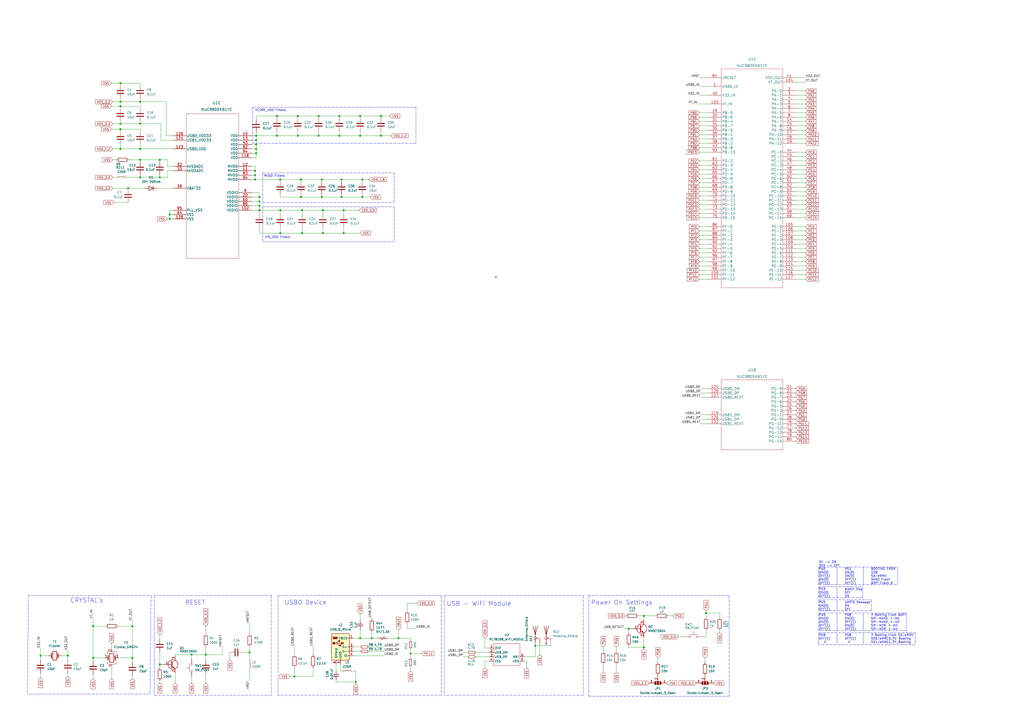
<source format=kicad_sch>
(kicad_sch (version 20211123) (generator eeschema)
  (paper "A2")
  (junction (at 184.785 78.74))
  (junction (at 69.85 86.36))
  (junction (at 208.915 67.31))
  (junction (at 160.655 78.74))
  (junction (at 98.425 124.46))
  (junction (at 186.69 114.3))
  (junction (at 373.507 357.251))
  (junction (at 186.69 104.14))
  (junction (at 162.56 135.255))
  (junction (at 81.28 71.755))
  (junction (at 98.425 127))
  (junction (at 76.835 363.22))
  (junction (at 148.59 81.28))
  (junction (at 144.78 378.46))
  (junction (at 81.28 59.055))
  (junction (at 198.12 114.3))
  (junction (at 170.815 392.43))
  (junction (at 199.39 121.92))
  (junction (at 53.975 363.22))
  (junction (at 210.185 104.14))
  (junction (at 220.98 67.31))
  (junction (at 147.955 104.14))
  (junction (at 208.915 370.205))
  (junction (at 92.71 92.71))
  (junction (at 174.625 114.3))
  (junction (at 69.85 74.93))
  (junction (at 111.125 379.73))
  (junction (at 69.85 71.755))
  (junction (at 206.375 395.605))
  (junction (at 39.37 380.365))
  (junction (at 184.785 67.31))
  (junction (at 238.125 379.095))
  (junction (at 220.98 78.74))
  (junction (at 150.495 119.38))
  (junction (at 69.85 59.055))
  (junction (at 364.744 364.744))
  (junction (at 196.85 67.31))
  (junction (at 162.56 121.92))
  (junction (at 215.646 370.205))
  (junction (at 174.625 104.14))
  (junction (at 199.39 135.255))
  (junction (at 310.515 374.65))
  (junction (at 172.72 67.31))
  (junction (at 23.495 380.365))
  (junction (at 187.325 135.255))
  (junction (at 208.915 78.74))
  (junction (at 150.495 114.3))
  (junction (at 148.59 78.74))
  (junction (at 196.85 78.74))
  (junction (at 231.14 370.205))
  (junction (at 147.955 101.6))
  (junction (at 74.295 109.22))
  (junction (at 81.28 86.36))
  (junction (at 147.955 99.06))
  (junction (at 175.26 121.92))
  (junction (at 198.12 104.14))
  (junction (at 81.28 102.87))
  (junction (at 148.59 86.36))
  (junction (at 409.575 355.6))
  (junction (at 53.975 381.635))
  (junction (at 150.495 121.92))
  (junction (at 148.59 88.9))
  (junction (at 69.85 61.595))
  (junction (at 187.325 121.92))
  (junction (at 373.507 375.539))
  (junction (at 150.495 116.84))
  (junction (at 119.38 379.73))
  (junction (at 92.71 385.445))
  (junction (at 92.71 102.87))
  (junction (at 69.85 48.26))
  (junction (at 160.655 67.31))
  (junction (at 148.59 83.82))
  (junction (at 162.56 104.14))
  (junction (at 81.28 92.71))
  (junction (at 172.72 78.74))
  (junction (at 76.835 381.635))
  (junction (at 175.26 135.255))
  (junction (at 210.185 114.3))
  (no_connect (at 287.655 160.655))
  (no_connect (at 316.865 373.38))
  (wire (pts (xy 215.646 358.14) (xy 215.646 359.029)))
  (wire (pts (xy 405.765 126.365) (xy 410.845 126.365)))
  (polyline (pts (xy 152.4 120.015) (xy 228.6 120.015)))
  (wire (pts (xy 467.36 88.265) (xy 461.645 88.265)))
  (wire (pts (xy 467.36 70.485) (xy 461.645 70.485)))
  (wire (pts (xy 96.52 59.055) (xy 81.28 59.055)))
  (polyline (pts (xy 530.86 374.015) (xy 474.98 374.015)))
  (wire (pts (xy 170.815 387.35) (xy 170.815 392.43)))
  (wire (pts (xy 53.975 363.22) (xy 53.975 381.635)))
  (wire (pts (xy 238.125 386.715) (xy 238.125 389.255)))
  (wire (pts (xy 69.85 48.26) (xy 64.77 48.26)))
  (wire (pts (xy 281.305 370.205) (xy 281.305 375.92)))
  (wire (pts (xy 162.56 121.92) (xy 175.26 121.92)))
  (wire (pts (xy 467.36 113.665) (xy 461.645 113.665)))
  (wire (pts (xy 162.56 104.14) (xy 174.625 104.14)))
  (wire (pts (xy 101.6 379.73) (xy 111.125 379.73)))
  (wire (pts (xy 467.36 73.025) (xy 461.645 73.025)))
  (wire (pts (xy 406.4 245.745) (xy 410.845 245.745)))
  (wire (pts (xy 100.33 81.28) (xy 93.345 81.28)))
  (wire (pts (xy 39.37 380.365) (xy 39.37 382.905)))
  (wire (pts (xy 146.05 119.38) (xy 150.495 119.38)))
  (wire (pts (xy 467.36 106.045) (xy 461.645 106.045)))
  (wire (pts (xy 467.36 141.605) (xy 461.645 141.605)))
  (wire (pts (xy 220.98 67.31) (xy 220.98 68.58)))
  (wire (pts (xy 467.36 55.245) (xy 461.645 55.245)))
  (polyline (pts (xy 228.6 140.335) (xy 152.4 140.335)))
  (wire (pts (xy 405.765 45.085) (xy 410.845 45.085)))
  (wire (pts (xy 405.765 73.025) (xy 410.845 73.025)))
  (wire (pts (xy 220.98 67.31) (xy 226.06 67.31)))
  (wire (pts (xy 65.405 59.055) (xy 69.85 59.055)))
  (wire (pts (xy 208.915 370.205) (xy 215.646 370.205)))
  (wire (pts (xy 187.325 135.255) (xy 199.39 135.255)))
  (wire (pts (xy 172.72 76.2) (xy 172.72 78.74)))
  (wire (pts (xy 405.765 106.045) (xy 410.845 106.045)))
  (wire (pts (xy 97.155 102.87) (xy 92.71 102.87)))
  (wire (pts (xy 65.405 102.87) (xy 67.945 102.87)))
  (polyline (pts (xy 338.455 345.44) (xy 338.455 403.225)))
  (wire (pts (xy 361.95 364.744) (xy 364.744 364.744)))
  (wire (pts (xy 405.765 55.245) (xy 410.845 55.245)))
  (polyline (pts (xy 474.98 347.98) (xy 474.98 354.33)))
  (wire (pts (xy 405.765 67.945) (xy 410.845 67.945)))
  (wire (pts (xy 184.785 67.31) (xy 196.85 67.31)))
  (polyline (pts (xy 228.6 117.475) (xy 228.6 100.33)))
  (wire (pts (xy 199.39 121.92) (xy 208.28 121.92)))
  (wire (pts (xy 150.495 121.92) (xy 162.56 121.92)))
  (wire (pts (xy 196.85 76.2) (xy 196.85 78.74)))
  (wire (pts (xy 373.507 369.824) (xy 373.507 375.539)))
  (wire (pts (xy 69.85 59.055) (xy 69.85 57.15)))
  (polyline (pts (xy 16.51 345.44) (xy 87.63 345.44)))
  (wire (pts (xy 144.78 361.315) (xy 144.78 367.665)))
  (wire (pts (xy 349.885 375.285) (xy 349.885 377.825)))
  (polyline (pts (xy 86.995 402.59) (xy 15.875 402.59)))
  (wire (pts (xy 174.625 104.14) (xy 186.69 104.14)))
  (wire (pts (xy 146.05 99.06) (xy 147.955 99.06)))
  (wire (pts (xy 467.36 159.385) (xy 461.645 159.385)))
  (wire (pts (xy 148.59 83.82) (xy 148.59 86.36)))
  (wire (pts (xy 405.765 95.885) (xy 410.845 95.885)))
  (wire (pts (xy 417.449 365.76) (xy 417.449 366.903)))
  (wire (pts (xy 467.36 98.425) (xy 461.645 98.425)))
  (wire (pts (xy 405.765 141.605) (xy 410.845 141.605)))
  (wire (pts (xy 69.85 62.865) (xy 69.85 61.595)))
  (wire (pts (xy 405.765 98.425) (xy 410.845 98.425)))
  (wire (pts (xy 208.915 67.31) (xy 208.915 68.58)))
  (wire (pts (xy 205.105 377.825) (xy 208.915 377.825)))
  (wire (pts (xy 467.36 100.965) (xy 461.645 100.965)))
  (polyline (pts (xy 152.4 120.015) (xy 152.4 140.335)))
  (wire (pts (xy 81.28 74.93) (xy 69.85 74.93)))
  (wire (pts (xy 170.815 392.43) (xy 168.275 392.43)))
  (polyline (pts (xy 500.38 340.36) (xy 500.38 346.71)))
  (wire (pts (xy 405.765 80.645) (xy 410.845 80.645)))
  (wire (pts (xy 97.155 96.52) (xy 100.33 96.52)))
  (wire (pts (xy 276.225 378.46) (xy 283.845 378.46)))
  (wire (pts (xy 405.765 121.285) (xy 410.845 121.285)))
  (wire (pts (xy 210.185 104.14) (xy 210.185 105.41)))
  (wire (pts (xy 119.38 390.525) (xy 119.38 396.24)))
  (wire (pts (xy 81.28 71.755) (xy 69.85 71.755)))
  (polyline (pts (xy 161.29 345.44) (xy 161.29 403.225)))
  (wire (pts (xy 467.36 108.585) (xy 461.645 108.585)))
  (wire (pts (xy 222.885 380.365) (xy 205.105 380.365)))
  (wire (pts (xy 92.71 92.71) (xy 97.155 92.71)))
  (polyline (pts (xy 89.535 345.44) (xy 157.48 345.44)))
  (wire (pts (xy 175.26 121.92) (xy 187.325 121.92)))
  (wire (pts (xy 148.59 67.31) (xy 160.655 67.31)))
  (wire (pts (xy 92.71 101.6) (xy 92.71 102.87)))
  (wire (pts (xy 81.28 86.36) (xy 100.33 86.36)))
  (wire (pts (xy 146.05 114.3) (xy 150.495 114.3)))
  (wire (pts (xy 405.765 131.445) (xy 410.845 131.445)))
  (wire (pts (xy 162.56 104.14) (xy 162.56 105.41)))
  (wire (pts (xy 74.93 92.71) (xy 81.28 92.71)))
  (wire (pts (xy 146.05 81.28) (xy 148.59 81.28)))
  (polyline (pts (xy 474.98 355.6) (xy 474.98 365.76)))
  (wire (pts (xy 146.05 116.84) (xy 150.495 116.84)))
  (wire (pts (xy 69.85 76.2) (xy 69.85 74.93)))
  (wire (pts (xy 76.835 360.045) (xy 76.835 363.22)))
  (wire (pts (xy 405.765 75.565) (xy 410.845 75.565)))
  (wire (pts (xy 373.507 357.251) (xy 380.111 357.251)))
  (wire (pts (xy 405.765 103.505) (xy 410.845 103.505)))
  (wire (pts (xy 304.165 381) (xy 310.515 381)))
  (polyline (pts (xy 341.63 345.44) (xy 341.63 403.86)))
  (wire (pts (xy 76.835 363.22) (xy 76.835 381.635)))
  (wire (pts (xy 467.36 111.125) (xy 461.645 111.125)))
  (wire (pts (xy 76.835 363.22) (xy 68.58 363.22)))
  (wire (pts (xy 147.955 99.06) (xy 147.955 101.6)))
  (wire (pts (xy 467.36 154.305) (xy 461.645 154.305)))
  (wire (pts (xy 313.055 373.38) (xy 313.055 379.73)))
  (wire (pts (xy 405.765 149.225) (xy 410.845 149.225)))
  (wire (pts (xy 404.495 60.325) (xy 410.845 60.325)))
  (wire (pts (xy 196.85 78.74) (xy 208.915 78.74)))
  (wire (pts (xy 186.69 113.03) (xy 186.69 114.3)))
  (wire (pts (xy 406.4 225.425) (xy 410.845 225.425)))
  (wire (pts (xy 408.94 392.43) (xy 408.94 391.795)))
  (wire (pts (xy 147.955 96.52) (xy 147.955 99.06)))
  (wire (pts (xy 162.56 113.03) (xy 162.56 114.3)))
  (wire (pts (xy 467.36 149.225) (xy 461.645 149.225)))
  (wire (pts (xy 184.785 67.31) (xy 184.785 68.58)))
  (wire (pts (xy 467.36 75.565) (xy 461.645 75.565)))
  (wire (pts (xy 467.36 45.085) (xy 461.645 45.085)))
  (polyline (pts (xy 161.29 345.44) (xy 255.905 345.44)))
  (wire (pts (xy 405.765 100.965) (xy 410.845 100.965)))
  (wire (pts (xy 405.765 161.925) (xy 410.845 161.925)))
  (polyline (pts (xy 474.98 339.09) (xy 520.7 339.09)))
  (wire (pts (xy 148.59 78.74) (xy 148.59 81.28)))
  (wire (pts (xy 405.765 139.065) (xy 410.845 139.065)))
  (wire (pts (xy 220.98 76.2) (xy 220.98 78.74)))
  (wire (pts (xy 467.36 136.525) (xy 461.645 136.525)))
  (polyline (pts (xy 474.98 328.93) (xy 474.98 339.09)))
  (wire (pts (xy 186.69 104.14) (xy 198.12 104.14)))
  (wire (pts (xy 162.56 121.92) (xy 162.56 124.46)))
  (wire (pts (xy 198.12 104.14) (xy 210.185 104.14)))
  (wire (pts (xy 81.28 101.6) (xy 81.28 102.87)))
  (polyline (pts (xy 422.91 403.86) (xy 341.63 403.86)))
  (wire (pts (xy 172.72 67.31) (xy 172.72 68.58)))
  (wire (pts (xy 174.625 114.3) (xy 162.56 114.3)))
  (wire (pts (xy 97.155 127) (xy 98.425 127)))
  (wire (pts (xy 405.765 156.845) (xy 410.845 156.845)))
  (wire (pts (xy 186.69 114.3) (xy 198.12 114.3)))
  (polyline (pts (xy 505.46 347.98) (xy 505.46 354.33)))
  (wire (pts (xy 35.56 380.365) (xy 39.37 380.365)))
  (wire (pts (xy 357.505 389.89) (xy 357.505 385.445)))
  (wire (pts (xy 144.78 378.46) (xy 144.78 382.905)))
  (wire (pts (xy 467.36 151.765) (xy 461.645 151.765)))
  (wire (pts (xy 390.271 357.251) (xy 387.731 357.251)))
  (wire (pts (xy 66.04 117.475) (xy 74.295 117.475)))
  (wire (pts (xy 370.586 357.251) (xy 373.507 357.251)))
  (wire (pts (xy 467.36 80.645) (xy 461.645 80.645)))
  (wire (pts (xy 39.37 377.19) (xy 39.37 380.365)))
  (polyline (pts (xy 474.98 328.93) (xy 520.7 328.93)))
  (wire (pts (xy 417.449 355.6) (xy 417.449 358.14)))
  (wire (pts (xy 187.325 121.92) (xy 199.39 121.92)))
  (wire (pts (xy 405.765 65.405) (xy 410.845 65.405)))
  (wire (pts (xy 405.765 83.185) (xy 410.845 83.185)))
  (wire (pts (xy 175.26 135.255) (xy 187.325 135.255)))
  (wire (pts (xy 69.85 83.82) (xy 69.85 86.36)))
  (wire (pts (xy 146.05 101.6) (xy 147.955 101.6)))
  (wire (pts (xy 406.4 227.965) (xy 410.845 227.965)))
  (wire (pts (xy 92.71 102.87) (xy 81.28 102.87)))
  (wire (pts (xy 310.515 374.65) (xy 319.405 374.65)))
  (wire (pts (xy 174.625 113.03) (xy 174.625 114.3)))
  (wire (pts (xy 184.785 76.2) (xy 184.785 78.74)))
  (wire (pts (xy 101.6 380.365) (xy 101.6 379.73)))
  (wire (pts (xy 174.625 104.14) (xy 174.625 105.41)))
  (wire (pts (xy 467.36 116.205) (xy 461.645 116.205)))
  (wire (pts (xy 150.495 132.08) (xy 150.495 135.255)))
  (wire (pts (xy 467.36 52.705) (xy 461.645 52.705)))
  (wire (pts (xy 187.325 132.08) (xy 187.325 135.255)))
  (wire (pts (xy 146.05 111.76) (xy 150.495 111.76)))
  (wire (pts (xy 93.345 81.28) (xy 93.345 71.755)))
  (polyline (pts (xy 146.685 62.23) (xy 241.3 62.23)))
  (polyline (pts (xy 241.3 62.23) (xy 241.3 83.185)))
  (polyline (pts (xy 340.995 345.44) (xy 422.91 345.44)))
  (wire (pts (xy 238.125 371.475) (xy 238.125 370.205)))
  (wire (pts (xy 208.915 360.045) (xy 208.915 356.235)))
  (wire (pts (xy 69.85 74.93) (xy 64.77 74.93)))
  (wire (pts (xy 373.507 359.664) (xy 373.507 357.251)))
  (wire (pts (xy 148.59 76.835) (xy 148.59 78.74)))
  (wire (pts (xy 409.575 355.6) (xy 417.449 355.6)))
  (wire (pts (xy 281.305 383.54) (xy 281.305 387.35)))
  (wire (pts (xy 405.765 88.265) (xy 410.845 88.265)))
  (wire (pts (xy 81.28 70.485) (xy 81.28 71.755)))
  (wire (pts (xy 76.835 381.635) (xy 76.835 384.175)))
  (wire (pts (xy 206.375 395.605) (xy 194.945 395.605)))
  (wire (pts (xy 181.61 387.35) (xy 181.61 392.43)))
  (wire (pts (xy 187.325 121.92) (xy 187.325 124.46)))
  (wire (pts (xy 148.59 67.31) (xy 148.59 69.215)))
  (wire (pts (xy 98.425 121.92) (xy 100.33 121.92)))
  (wire (pts (xy 215.646 366.649) (xy 215.646 370.205)))
  (wire (pts (xy 406.4 240.665) (xy 410.845 240.665)))
  (polyline (pts (xy 241.3 83.185) (xy 146.685 83.185)))
  (wire (pts (xy 393.446 369.443) (xy 397.129 369.443)))
  (wire (pts (xy 364.744 375.539) (xy 373.507 375.539)))
  (wire (pts (xy 184.785 78.74) (xy 196.85 78.74)))
  (wire (pts (xy 74.295 109.22) (xy 83.82 109.22)))
  (wire (pts (xy 100.33 99.06) (xy 97.155 99.06)))
  (polyline (pts (xy 474.98 367.03) (xy 474.98 373.38)))
  (wire (pts (xy 215.646 370.205) (xy 219.583 370.205)))
  (wire (pts (xy 373.507 375.539) (xy 373.507 376.428)))
  (wire (pts (xy 199.39 121.92) (xy 199.39 124.46)))
  (wire (pts (xy 146.05 88.9) (xy 148.59 88.9)))
  (wire (pts (xy 144.78 394.97) (xy 144.78 387.985)))
  (polyline (pts (xy 474.98 373.38) (xy 474.98 374.015)))
  (polyline (pts (xy 152.4 100.33) (xy 152.4 117.475)))
  (polyline (pts (xy 228.6 120.015) (xy 228.6 140.335)))
  (wire (pts (xy 194.945 395.605) (xy 194.945 394.335)))
  (wire (pts (xy 148.59 86.36) (xy 148.59 88.9)))
  (wire (pts (xy 96.52 78.74) (xy 96.52 59.055)))
  (wire (pts (xy 405.765 118.745) (xy 410.845 118.745)))
  (wire (pts (xy 467.36 95.885) (xy 461.645 95.885)))
  (wire (pts (xy 467.36 146.685) (xy 461.645 146.685)))
  (wire (pts (xy 172.72 78.74) (xy 184.785 78.74)))
  (wire (pts (xy 64.77 373.38) (xy 64.77 376.555)))
  (wire (pts (xy 146.05 78.74) (xy 148.59 78.74)))
  (wire (pts (xy 140.97 378.46) (xy 144.78 378.46)))
  (wire (pts (xy 146.05 121.92) (xy 150.495 121.92)))
  (wire (pts (xy 405.765 116.205) (xy 410.845 116.205)))
  (polyline (pts (xy 474.98 340.36) (xy 474.98 346.71)))
  (wire (pts (xy 81.28 61.595) (xy 69.85 61.595)))
  (wire (pts (xy 405.765 144.145) (xy 410.845 144.145)))
  (polyline (pts (xy 474.98 355.6) (xy 525.78 355.6)))
  (wire (pts (xy 81.28 92.71) (xy 92.71 92.71)))
  (wire (pts (xy 160.655 78.74) (xy 172.72 78.74)))
  (polyline (pts (xy 146.685 62.23) (xy 146.685 83.185)))
  (wire (pts (xy 405.765 93.345) (xy 410.845 93.345)))
  (wire (pts (xy 111.125 379.73) (xy 119.38 379.73)))
  (polyline (pts (xy 525.78 355.6) (xy 525.78 365.76)))
  (wire (pts (xy 69.85 61.595) (xy 64.77 61.595)))
  (wire (pts (xy 210.185 114.3) (xy 214.63 114.3)))
  (wire (pts (xy 81.28 83.82) (xy 81.28 86.36)))
  (wire (pts (xy 406.4 230.505) (xy 410.845 230.505)))
  (wire (pts (xy 174.625 114.3) (xy 186.69 114.3)))
  (wire (pts (xy 467.36 118.745) (xy 461.645 118.745)))
  (wire (pts (xy 53.975 358.775) (xy 53.975 363.22)))
  (wire (pts (xy 364.744 364.744) (xy 364.744 367.157)))
  (wire (pts (xy 119.38 363.22) (xy 119.38 367.665)))
  (wire (pts (xy 238.125 379.095) (xy 244.475 379.095)))
  (wire (pts (xy 198.12 104.14) (xy 198.12 105.41)))
  (wire (pts (xy 198.12 113.03) (xy 198.12 114.3)))
  (wire (pts (xy 65.405 92.71) (xy 67.31 92.71)))
  (wire (pts (xy 81.28 59.055) (xy 69.85 59.055)))
  (wire (pts (xy 310.515 373.38) (xy 310.515 374.65)))
  (polyline (pts (xy 505.46 354.33) (xy 474.98 354.33)))
  (wire (pts (xy 236.22 349.885) (xy 236.22 354.33)))
  (polyline (pts (xy 474.98 340.36) (xy 500.38 340.36)))
  (polyline (pts (xy 87.63 345.44) (xy 86.995 402.59)))
  (wire (pts (xy 210.185 113.03) (xy 210.185 114.3)))
  (wire (pts (xy 406.4 243.205) (xy 410.845 243.205)))
  (wire (pts (xy 405.765 78.105) (xy 410.845 78.105)))
  (polyline (pts (xy 152.4 117.475) (xy 228.6 117.475)))
  (wire (pts (xy 196.85 67.31) (xy 208.915 67.31)))
  (polyline (pts (xy 16.51 345.44) (xy 15.875 402.59)))
  (wire (pts (xy 467.36 139.065) (xy 461.645 139.065)))
  (wire (pts (xy 467.36 67.945) (xy 461.645 67.945)))
  (wire (pts (xy 65.405 71.755) (xy 69.85 71.755)))
  (wire (pts (xy 91.44 109.22) (xy 100.33 109.22)))
  (polyline (pts (xy 255.905 403.225) (xy 161.29 403.225)))
  (polyline (pts (xy 152.4 100.33) (xy 228.6 100.33)))
  (wire (pts (xy 23.495 380.365) (xy 23.495 382.905)))
  (polyline (pts (xy 422.91 345.44) (xy 422.91 403.86)))
  (wire (pts (xy 467.36 47.625) (xy 461.645 47.625)))
  (wire (pts (xy 150.495 116.84) (xy 150.495 119.38)))
  (wire (pts (xy 467.36 161.925) (xy 461.645 161.925)))
  (wire (pts (xy 197.485 385.445) (xy 197.485 389.255)))
  (wire (pts (xy 238.125 376.555) (xy 238.125 379.095)))
  (wire (pts (xy 467.36 123.825) (xy 461.645 123.825)))
  (wire (pts (xy 208.915 365.125) (xy 208.915 370.205)))
  (wire (pts (xy 319.405 373.38) (xy 319.405 374.65)))
  (wire (pts (xy 208.915 78.74) (xy 220.98 78.74)))
  (polyline (pts (xy 474.98 347.98) (xy 505.46 347.98)))
  (wire (pts (xy 64.77 393.7) (xy 64.77 386.715)))
  (wire (pts (xy 146.05 86.36) (xy 148.59 86.36)))
  (wire (pts (xy 409.575 369.443) (xy 407.289 369.443)))
  (wire (pts (xy 203.835 389.255) (xy 206.375 389.255)))
  (wire (pts (xy 146.05 91.44) (xy 148.59 91.44)))
  (wire (pts (xy 467.36 62.865) (xy 461.645 62.865)))
  (wire (pts (xy 146.05 96.52) (xy 147.955 96.52)))
  (wire (pts (xy 150.495 121.92) (xy 150.495 124.46)))
  (wire (pts (xy 53.975 393.7) (xy 53.975 391.16)))
  (wire (pts (xy 144.78 375.285) (xy 144.78 378.46)))
  (wire (pts (xy 150.495 114.3) (xy 150.495 116.84)))
  (wire (pts (xy 150.495 111.76) (xy 150.495 114.3)))
  (wire (pts (xy 199.39 135.255) (xy 208.915 135.255)))
  (wire (pts (xy 172.72 67.31) (xy 184.785 67.31)))
  (wire (pts (xy 92.71 385.445) (xy 92.71 387.35)))
  (wire (pts (xy 181.61 374.65) (xy 181.61 379.73)))
  (wire (pts (xy 97.155 99.06) (xy 97.155 102.87)))
  (wire (pts (xy 92.71 378.46) (xy 92.71 385.445)))
  (wire (pts (xy 409.575 354.33) (xy 409.575 355.6)))
  (wire (pts (xy 405.765 108.585) (xy 410.845 108.585)))
  (wire (pts (xy 92.71 394.97) (xy 92.71 396.24)))
  (polyline (pts (xy 530.86 367.03) (xy 530.86 373.38)))
  (wire (pts (xy 467.36 83.185) (xy 461.645 83.185)))
  (wire (pts (xy 92.71 93.98) (xy 92.71 92.71)))
  (wire (pts (xy 349.885 389.89) (xy 349.885 385.445)))
  (wire (pts (xy 281.305 375.92) (xy 283.845 375.92)))
  (wire (pts (xy 65.405 86.36) (xy 69.85 86.36)))
  (wire (pts (xy 408.94 381.635) (xy 408.94 384.175)))
  (wire (pts (xy 148.59 88.9) (xy 148.59 91.44)))
  (wire (pts (xy 147.955 101.6) (xy 147.955 104.14)))
  (wire (pts (xy 81.28 62.865) (xy 81.28 61.595)))
  (wire (pts (xy 160.655 76.2) (xy 160.655 78.74)))
  (wire (pts (xy 98.425 124.46) (xy 98.425 121.92)))
  (wire (pts (xy 68.58 381.635) (xy 76.835 381.635)))
  (wire (pts (xy 150.495 119.38) (xy 150.495 121.92)))
  (wire (pts (xy 160.655 67.31) (xy 160.655 68.58)))
  (wire (pts (xy 241.935 349.885) (xy 236.22 349.885)))
  (polyline (pts (xy 89.535 345.44) (xy 89.535 403.225)))
  (wire (pts (xy 147.955 104.14) (xy 162.56 104.14)))
  (wire (pts (xy 162.56 132.08) (xy 162.56 135.255)))
  (wire (pts (xy 111.125 392.43) (xy 111.125 396.24)))
  (polyline (pts (xy 257.81 345.44) (xy 257.81 403.225)))
  (polyline (pts (xy 157.48 403.225) (xy 89.535 403.225)))
  (wire (pts (xy 206.375 389.255) (xy 206.375 395.605)))
  (wire (pts (xy 111.125 379.73) (xy 111.125 382.27)))
  (wire (pts (xy 98.425 127) (xy 100.33 127)))
  (wire (pts (xy 53.975 363.22) (xy 60.96 363.22)))
  (wire (pts (xy 467.36 78.105) (xy 461.645 78.105)))
  (wire (pts (xy 175.26 121.92) (xy 175.26 124.46)))
  (wire (pts (xy 65.405 109.22) (xy 74.295 109.22)))
  (polyline (pts (xy 520.7 339.09) (xy 520.7 328.93)))
  (wire (pts (xy 148.59 81.28) (xy 148.59 83.82)))
  (wire (pts (xy 194.945 385.445) (xy 194.945 389.255)))
  (wire (pts (xy 81.28 49.53) (xy 81.28 48.26)))
  (wire (pts (xy 467.36 126.365) (xy 461.645 126.365)))
  (wire (pts (xy 405.765 113.665) (xy 410.845 113.665)))
  (wire (pts (xy 409.575 355.6) (xy 409.575 358.14)))
  (wire (pts (xy 101.6 396.24) (xy 101.6 390.525)))
  (wire (pts (xy 381.635 392.43) (xy 381.635 391.795)))
  (wire (pts (xy 162.56 135.255) (xy 175.26 135.255)))
  (wire (pts (xy 220.98 78.74) (xy 226.695 78.74)))
  (wire (pts (xy 205.105 375.285) (xy 208.915 375.285)))
  (wire (pts (xy 39.37 392.43) (xy 39.37 390.525)))
  (wire (pts (xy 405.765 151.765) (xy 410.845 151.765)))
  (wire (pts (xy 467.36 57.785) (xy 461.645 57.785)))
  (wire (pts (xy 268.605 381) (xy 271.145 381)))
  (wire (pts (xy 133.35 378.46) (xy 133.35 382.905)))
  (wire (pts (xy 304.165 383.54) (xy 305.435 383.54)))
  (wire (pts (xy 467.36 103.505) (xy 461.645 103.505)))
  (wire (pts (xy 213.995 375.285) (xy 222.885 375.285)))
  (polyline (pts (xy 255.905 345.44) (xy 255.905 403.225)))
  (wire (pts (xy 60.96 381.635) (xy 53.975 381.635)))
  (wire (pts (xy 69.85 71.755) (xy 69.85 70.485)))
  (polyline (pts (xy 525.78 365.76) (xy 474.98 365.76)))
  (wire (pts (xy 405.765 70.485) (xy 410.845 70.485)))
  (wire (pts (xy 100.33 78.74) (xy 96.52 78.74)))
  (wire (pts (xy 208.915 78.74) (xy 208.915 76.2)))
  (wire (pts (xy 268.605 378.46) (xy 271.145 378.46)))
  (wire (pts (xy 146.05 83.82) (xy 148.59 83.82)))
  (wire (pts (xy 160.655 67.31) (xy 172.72 67.31)))
  (polyline (pts (xy 157.48 345.44) (xy 157.48 403.225)))
  (wire (pts (xy 231.14 365.252) (xy 231.14 370.205)))
  (wire (pts (xy 238.125 379.095) (xy 238.125 381.635)))
  (wire (pts (xy 198.12 114.3) (xy 210.185 114.3)))
  (wire (pts (xy 23.495 393.065) (xy 23.495 390.525)))
  (wire (pts (xy 81.28 93.98) (xy 81.28 92.71)))
  (wire (pts (xy 310.515 374.65) (xy 310.515 381)))
  (wire (pts (xy 199.39 132.08) (xy 199.39 135.255)))
  (wire (pts (xy 53.975 381.635) (xy 53.975 383.54)))
  (wire (pts (xy 69.85 86.36) (xy 81.28 86.36)))
  (wire (pts (xy 175.26 132.08) (xy 175.26 135.255)))
  (wire (pts (xy 119.38 379.73) (xy 119.38 382.905)))
  (wire (pts (xy 405.765 85.725) (xy 410.845 85.725)))
  (polyline (pts (xy 257.81 345.44) (xy 338.455 345.44)))
  (wire (pts (xy 467.36 121.285) (xy 461.645 121.285)))
  (wire (pts (xy 405.765 123.825) (xy 410.845 123.825)))
  (wire (pts (xy 467.36 156.845) (xy 461.645 156.845)))
  (wire (pts (xy 283.845 383.54) (xy 281.305 383.54)))
  (wire (pts (xy 93.345 71.755) (xy 81.28 71.755)))
  (wire (pts (xy 467.36 93.345) (xy 461.645 93.345)))
  (wire (pts (xy 181.61 392.43) (xy 170.815 392.43)))
  (polyline (pts (xy 500.38 346.71) (xy 474.98 346.71)))
  (wire (pts (xy 357.505 375.285) (xy 357.505 377.825)))
  (wire (pts (xy 236.22 361.95) (xy 236.22 364.49)))
  (wire (pts (xy 381.635 381.635) (xy 381.635 384.175)))
  (wire (pts (xy 128.905 375.285) (xy 128.905 379.73)))
  (wire (pts (xy 170.815 374.65) (xy 170.815 379.73)))
  (wire (pts (xy 74.295 109.22) (xy 74.295 109.855)))
  (wire (pts (xy 92.71 385.445) (xy 93.98 385.445)))
  (wire (pts (xy 205.105 370.205) (xy 208.915 370.205)))
  (wire (pts (xy 213.995 377.825) (xy 222.885 377.825)))
  (wire (pts (xy 148.59 78.74) (xy 160.655 78.74)))
  (wire (pts (xy 467.36 60.325) (xy 461.645 60.325)))
  (wire (pts (xy 97.155 92.71) (xy 97.155 96.52)))
  (wire (pts (xy 92.71 368.3) (xy 92.71 370.84)))
  (wire (pts (xy 210.185 104.14) (xy 213.995 104.14)))
  (wire (pts (xy 27.94 380.365) (xy 23.495 380.365)))
  (wire (pts (xy 405.765 133.985) (xy 410.845 133.985)))
  (wire (pts (xy 81.28 48.26) (xy 69.85 48.26)))
  (wire (pts (xy 364.744 374.777) (xy 364.744 375.539)))
  (wire (pts (xy 73.025 102.87) (xy 81.28 102.87)))
  (wire (pts (xy 196.85 67.31) (xy 196.85 68.58)))
  (wire (pts (xy 150.495 135.255) (xy 162.56 135.255)))
  (wire (pts (xy 405.765 50.165) (xy 410.845 50.165)))
  (wire (pts (xy 467.36 65.405) (xy 461.645 65.405)))
  (wire (pts (xy 231.14 370.205) (xy 238.125 370.205)))
  (wire (pts (xy 405.765 111.125) (xy 410.845 111.125)))
  (wire (pts (xy 208.915 67.31) (xy 220.98 67.31)))
  (polyline (pts (xy 338.455 403.225) (xy 257.81 403.225)))
  (wire (pts (xy 467.36 133.985) (xy 461.645 133.985)))
  (wire (pts (xy 405.765 154.305) (xy 410.845 154.305)))
  (wire (pts (xy 405.765 146.685) (xy 410.845 146.685)))
  (wire (pts (xy 81.28 59.055) (xy 81.28 57.15)))
  (wire (pts (xy 224.663 370.205) (xy 231.14 370.205)))
  (wire (pts (xy 305.435 383.54) (xy 305.435 387.35)))
  (wire (pts (xy 119.38 375.285) (xy 119.38 379.73)))
  (wire (pts (xy 98.425 124.46) (xy 98.425 127)))
  (wire (pts (xy 69.85 49.53) (xy 69.85 48.26)))
  (wire (pts (xy 76.835 393.7) (xy 76.835 391.795)))
  (wire (pts (xy 206.375 395.605) (xy 206.375 396.875)))
  (wire (pts (xy 81.28 76.2) (xy 81.28 74.93)))
  (wire (pts (xy 467.36 131.445) (xy 461.645 131.445)))
  (wire (pts (xy 467.36 144.145) (xy 461.645 144.145)))
  (wire (pts (xy 405.765 159.385) (xy 410.845 159.385)))
  (wire (pts (xy 100.33 124.46) (xy 98.425 124.46)))
  (wire (pts (xy 197.485 389.255) (xy 198.755 389.255)))
  (wire (pts (xy 236.22 364.49) (xy 241.3 364.49)))
  (wire (pts (xy 146.05 104.14) (xy 147.955 104.14)))
  (polyline (pts (xy 474.98 367.03) (xy 530.86 367.03)))
  (wire (pts (xy 119.38 379.73) (xy 128.905 379.73)))
  (wire (pts (xy 409.575 365.76) (xy 409.575 369.443)))
  (wire (pts (xy 364.744 364.744) (xy 365.887 364.744)))
  (wire (pts (xy 405.765 136.525) (xy 410.845 136.525)))
  (wire (pts (xy 23.495 375.92) (xy 23.495 380.365)))
  (wire (pts (xy 186.69 104.14) (xy 186.69 105.41)))
  (wire (pts (xy 276.225 381) (xy 283.845 381)))
  (wire (pts (xy 467.36 90.805) (xy 461.645 90.805)))
  (text "PG9		|	PG8		|	If Botting From SD/eMMC\nOFF(1)	|	OFF(1)	|	SD0/eMMC0_PC Booting\n   X	|	  X		|	SD1/eMMC1_PF_Booting" (at 474.98 373.38 0) (effects (font (size 1.27 1.27)) (justify left bottom)))
  (text "MVDD Filters\n" (at 153.035 102.87 0) (effects (font (size 1.27 1.27)) (justify left bottom)))
  (text "RESET" (at 107.315 351.155 0) (effects (font (size 2.54 2.54)) (justify left bottom)))
  (text "USB0 Device\n" (at 165.1 351.155 0) (effects (font (size 2.54 2.54)) (justify left bottom)))
  (text "VCORE_VDD Filters\n" (at 147.955 64.77 0) (effects (font (size 1.27 1.27)) (justify left bottom)))
  (text "USB - WiFi Module\n" (at 259.08 351.79 0) (effects (font (size 2.54 2.54)) (justify left bottom)))
  (text "PG0		|	PG1		|	BOOTING FROM\nON(0)	|	ON(0)	|	USB\nOFF(1)	|	ON(0)	|	SD/eMMC\nON(0)	|	OFF(1)	|	NAND Flash\nOFF(1)	|	OFF(1)	|	QSPI Flash_0" (at 474.98 339.09 0) (effects (font (size 1.27 1.27)) (justify left bottom)))
  (text "0V -> ON\n3V3 -> OFF\n" (at 474.98 328.93 0) (effects (font (size 1.27 1.27)) (justify left bottom)))
  (text "PG9		|	PG8		|	If Botting From QSPI\nON(0)	|	ON(0)	|	SPI-NAND, 1-bit\nON(0)	|	OFF(1)	|	SPI-NAND, 4-bit\nOFF(1)	|	ON(0)	|	SPI-NOR, 4-bit\nOFF(1)	|	OFF(1)	|	SPI-NOR, 1-bit" (at 474.98 365.76 0) (effects (font (size 1.27 1.27)) (justify left bottom)))
  (text "PG5		|	UART0 Message\nON(0)	|	ON\nOFF(1)	|	OFF" (at 474.98 354.33 0) (effects (font (size 1.27 1.27)) (justify left bottom)))
  (text "CRYSTAL's" (at 40.64 349.885 0) (effects (font (size 2.54 2.54)) (justify left bottom)))
  (text "Power On Settings\n" (at 342.9 351.155 0) (effects (font (size 2.54 2.54)) (justify left bottom)))
  (text "VIO_VDD Filters\n" (at 153.67 138.43 0) (effects (font (size 1.27 1.27)) (justify left bottom)))
  (text "PG3		|	Watch Dog\nON(0)	|	OFF\nOFF(1)	|	ON" (at 474.98 346.71 0) (effects (font (size 1.27 1.27)) (justify left bottom)))
  (label "XT_OUT" (at 76.835 360.045 90))
  (label "X32_OUT" (at 39.37 377.19 90))
  (label "USB1_DM" (at 406.4 240.665 180))
  (label "USB_DETECT" (at 361.95 364.744 180))
  (label "USB0_DP" (at 222.885 375.285 0))
  (label "USB0_REXT" (at 406.4 230.505 180))
  (label "USB0_DM" (at 406.4 225.425 180))
  (label "USB1_DP" (at 268.605 381 180))
  (label "USB0_ID" (at 241.3 364.49 0))
  (label "XT_OUT" (at 467.36 47.625 0))
  (label "USB0_DM" (at 222.885 377.825 0))
  (label "X32_IN" (at 23.495 375.92 90))
  (label "nRST" (at 405.765 45.085 180))
  (label "USB1_DP" (at 406.4 243.205 180))
  (label "USB1_DM" (at 268.605 378.46 180))
  (label "nRESET" (at 128.905 375.285 90))
  (label "X32_OUT" (at 467.36 45.085 0))
  (label "X32_IN" (at 405.765 55.245 180))
  (label "USB1_REXT" (at 181.61 374.65 90))
  (label "USB_DETECT" (at 215.646 358.14 90))
  (label "USB0_ID" (at 405.765 50.165 180))
  (label "USB0_DP" (at 406.4 227.965 180))
  (label "XT_IN" (at 404.495 60.325 180))
  (label "nRESET" (at 144.78 361.315 90))
  (label "USB0_REXT" (at 170.815 374.65 90))
  (label "USB1_REXT" (at 406.4 245.745 180))
  (label "USB0_ID" (at 222.885 380.365 0))
  (label "XT_IN" (at 53.975 358.775 90))
  (label "nRST" (at 144.78 394.97 270))
  (global_label "VSS" (shape input) (at 111.125 396.24 270) (property "Intersheet References" "${INTERSHEET_REFS}" (effects hide)))
  (global_label "PF6" (shape input) (at 405.765 146.685 180) (property "Intersheet References" "${INTERSHEET_REFS}" (effects hide)))
  (global_label "VSS" (shape input) (at 357.505 389.89 270) (property "Intersheet References" "${INTERSHEET_REFS}" (effects hide)))
  (global_label "PA1" (shape input) (at 467.36 55.245 0) (property "Intersheet References" "${INTERSHEET_REFS}" (effects hide)))
  (global_label "PG5" (shape input) (at 357.505 375.285 90) (property "Intersheet References" "${INTERSHEET_REFS}" (effects hide)))
  (global_label "PC8" (shape input) (at 467.36 108.585 0) (property "Intersheet References" "${INTERSHEET_REFS}" (effects hide)))
  (global_label "VSS" (shape input) (at 64.77 48.26 180) (property "Intersheet References" "${INTERSHEET_REFS}" (effects hide)))
  (global_label "PA6" (shape input) (at 467.36 67.945 0) (property "Intersheet References" "${INTERSHEET_REFS}" (effects hide)))
  (global_label "PB8" (shape input) (at 405.765 85.725 180) (property "Intersheet References" "${INTERSHEET_REFS}" (effects hide)))
  (global_label "PD7" (shape input) (at 405.765 106.045 180) (property "Intersheet References" "${INTERSHEET_REFS}" (effects hide)))
  (global_label "PG8" (shape input) (at 381.635 381.635 90) (property "Intersheet References" "${INTERSHEET_REFS}" (effects hide)))
  (global_label "VSS" (shape input) (at 66.04 117.475 180) (property "Intersheet References" "${INTERSHEET_REFS}" (effects hide)))
  (global_label "VDD_3.3" (shape input) (at 65.405 109.22 180) (property "Intersheet References" "${INTERSHEET_REFS}" (effects hide)))
  (global_label "PD4" (shape input) (at 405.765 98.425 180) (property "Intersheet References" "${INTERSHEET_REFS}" (effects hide)))
  (global_label "VDD_3.3" (shape input) (at 65.405 59.055 180) (property "Intersheet References" "${INTERSHEET_REFS}" (effects hide)))
  (global_label "PG8" (shape input) (at 461.645 227.965 0) (property "Intersheet References" "${INTERSHEET_REFS}" (effects hide)))
  (global_label "VDD_3.3" (shape input) (at 403.86 396.24 180) (property "Intersheet References" "${INTERSHEET_REFS}" (effects hide)))
  (global_label "PG13" (shape input) (at 461.645 250.825 0) (property "Intersheet References" "${INTERSHEET_REFS}" (effects hide)))
  (global_label "VSS" (shape input) (at 349.885 389.89 270) (property "Intersheet References" "${INTERSHEET_REFS}" (effects hide)))
  (global_label "VBUS" (shape input) (at 231.14 365.252 90) (property "Intersheet References" "${INTERSHEET_REFS}" (effects hide)))
  (global_label "PG3" (shape input) (at 461.645 238.125 0) (property "Intersheet References" "${INTERSHEET_REFS}" (effects hide)))
  (global_label "VDD_3.3" (shape input) (at 362.966 357.251 180) (property "Intersheet References" "${INTERSHEET_REFS}" (effects hide)))
  (global_label "PA2" (shape input) (at 467.36 57.785 0) (property "Intersheet References" "${INTERSHEET_REFS}" (effects hide)))
  (global_label "PF9" (shape input) (at 405.765 154.305 180) (property "Intersheet References" "${INTERSHEET_REFS}" (effects hide)))
  (global_label "VSS" (shape input) (at 386.715 396.24 0) (property "Intersheet References" "${INTERSHEET_REFS}" (effects hide)))
  (global_label "PB5" (shape input) (at 405.765 75.565 180) (property "Intersheet References" "${INTERSHEET_REFS}" (effects hide)))
  (global_label "PD13" (shape input) (at 405.765 121.285 180) (property "Intersheet References" "${INTERSHEET_REFS}" (effects hide)))
  (global_label "PC7" (shape input) (at 467.36 106.045 0) (property "Intersheet References" "${INTERSHEET_REFS}" (effects hide)))
  (global_label "PF8" (shape input) (at 405.765 151.765 180) (property "Intersheet References" "${INTERSHEET_REFS}" (effects hide)))
  (global_label "PE6" (shape input) (at 467.36 146.685 0) (property "Intersheet References" "${INTERSHEET_REFS}" (effects hide)))
  (global_label "PB1" (shape input) (at 405.765 78.105 180) (property "Intersheet References" "${INTERSHEET_REFS}" (effects hide)))
  (global_label "VSS" (shape input) (at 208.915 356.235 90) (property "Intersheet References" "${INTERSHEET_REFS}" (effects hide)))
  (global_label "PD11" (shape input) (at 405.765 116.205 180) (property "Intersheet References" "${INTERSHEET_REFS}" (effects hide)))
  (global_label "VSS" (shape input) (at 119.38 396.24 270) (property "Intersheet References" "${INTERSHEET_REFS}" (effects hide)))
  (global_label "VDD_3.3" (shape input) (at 65.405 102.87 180) (property "Intersheet References" "${INTERSHEET_REFS}" (effects hide)))
  (global_label "VSS" (shape input) (at 64.77 373.38 90) (property "Intersheet References" "${INTERSHEET_REFS}" (effects hide)))
  (global_label "PB0" (shape input) (at 405.765 65.405 180) (property "Intersheet References" "${INTERSHEET_REFS}" (effects hide)))
  (global_label "VSS" (shape input) (at 417.449 366.903 270) (property "Intersheet References" "${INTERSHEET_REFS}" (effects hide)))
  (global_label "PB13" (shape input) (at 405.765 88.265 180) (property "Intersheet References" "${INTERSHEET_REFS}" (effects hide)))
  (global_label "PD6" (shape input) (at 405.765 103.505 180) (property "Intersheet References" "${INTERSHEET_REFS}" (effects hide)))
  (global_label "PD9" (shape input) (at 405.765 111.125 180) (property "Intersheet References" "${INTERSHEET_REFS}" (effects hide)))
  (global_label "PE10" (shape input) (at 467.36 156.845 0) (property "Intersheet References" "${INTERSHEET_REFS}" (effects hide)))
  (global_label "VSS" (shape input) (at 65.405 92.71 180) (property "Intersheet References" "${INTERSHEET_REFS}" (effects hide)))
  (global_label "PA10" (shape input) (at 467.36 78.105 0) (property "Intersheet References" "${INTERSHEET_REFS}" (effects hide)))
  (global_label "PE5" (shape input) (at 467.36 144.145 0) (property "Intersheet References" "${INTERSHEET_REFS}" (effects hide)))
  (global_label "PC6" (shape input) (at 467.36 103.505 0) (property "Intersheet References" "${INTERSHEET_REFS}" (effects hide)))
  (global_label "VSS" (shape input) (at 168.275 392.43 180) (property "Intersheet References" "${INTERSHEET_REFS}" (effects hide)))
  (global_label "VDD_1.2" (shape input) (at 92.71 368.3 90) (property "Intersheet References" "${INTERSHEET_REFS}" (effects hide)))
  (global_label "VDD_3.3" (shape input) (at 241.935 349.885 0) (property "Intersheet References" "${INTERSHEET_REFS}" (effects hide)))
  (global_label "PF10" (shape input) (at 405.765 156.845 180) (property "Intersheet References" "${INTERSHEET_REFS}" (effects hide)))
  (global_label "PE8" (shape input) (at 467.36 151.765 0) (property "Intersheet References" "${INTERSHEET_REFS}" (effects hide)))
  (global_label "PG0" (shape input) (at 390.271 357.251 0) (property "Intersheet References" "${INTERSHEET_REFS}" (effects hide)))
  (global_label "PF11" (shape input) (at 405.765 159.385 180) (property "Intersheet References" "${INTERSHEET_REFS}" (effects hide)))
  (global_label "PE3" (shape input) (at 467.36 139.065 0) (property "Intersheet References" "${INTERSHEET_REFS}" (effects hide)))
  (global_label "PG9" (shape input) (at 461.645 225.425 0) (property "Intersheet References" "${INTERSHEET_REFS}" (effects hide)))
  (global_label "VSS" (shape input) (at 281.305 387.35 270) (property "Intersheet References" "${INTERSHEET_REFS}" (effects hide)))
  (global_label "VSS" (shape input) (at 208.915 135.255 0) (property "Intersheet References" "${INTERSHEET_REFS}" (effects hide)))
  (global_label "VDD_1.8" (shape input) (at 213.995 104.14 0) (property "Intersheet References" "${INTERSHEET_REFS}" (effects hide)))
  (global_label "PD14" (shape input) (at 405.765 123.825 180) (property "Intersheet References" "${INTERSHEET_REFS}" (effects hide)))
  (global_label "VDD_3.3" (shape input) (at 208.28 121.92 0) (property "Intersheet References" "${INTERSHEET_REFS}" (effects hide)))
  (global_label "VSS" (shape input) (at 39.37 392.43 270) (property "Intersheet References" "${INTERSHEET_REFS}" (effects hide)))
  (global_label "PA0" (shape input) (at 467.36 52.705 0) (property "Intersheet References" "${INTERSHEET_REFS}" (effects hide)))
  (global_label "PA8" (shape input) (at 467.36 73.025 0) (property "Intersheet References" "${INTERSHEET_REFS}" (effects hide)))
  (global_label "PA3" (shape input) (at 467.36 60.325 0) (property "Intersheet References" "${INTERSHEET_REFS}" (effects hide)))
  (global_label "PC14" (shape input) (at 467.36 123.825 0) (property "Intersheet References" "${INTERSHEET_REFS}" (effects hide)))
  (global_label "VSS" (shape input) (at 64.77 61.595 180) (property "Intersheet References" "${INTERSHEET_REFS}" (effects hide)))
  (global_label "PC10" (shape input) (at 467.36 113.665 0) (property "Intersheet References" "${INTERSHEET_REFS}" (effects hide)))
  (global_label "PF1" (shape input) (at 405.765 133.985 180) (property "Intersheet References" "${INTERSHEET_REFS}" (effects hide)))
  (global_label "VSS" (shape input) (at 206.375 396.875 270) (property "Intersheet References" "${INTERSHEET_REFS}" (effects hide)))
  (global_label "PG14" (shape input) (at 461.645 253.365 0) (property "Intersheet References" "${INTERSHEET_REFS}" (effects hide)))
  (global_label "VDD_1.2" (shape input) (at 65.405 86.36 180) (property "Intersheet References" "${INTERSHEET_REFS}" (effects hide)))
  (global_label "PD5" (shape input) (at 405.765 100.965 180) (property "Intersheet References" "${INTERSHEET_REFS}" (effects hide)))
  (global_label "PE7" (shape input) (at 467.36 149.225 0) (property "Intersheet References" "${INTERSHEET_REFS}" (effects hide)))
  (global_label "PG12" (shape input) (at 461.645 248.285 0) (property "Intersheet References" "${INTERSHEET_REFS}" (effects hide)))
  (global_label "PG11" (shape input) (at 461.645 245.745 0) (property "Intersheet References" "${INTERSHEET_REFS}" (effects hide)))
  (global_label "PF3" (shape input) (at 405.765 139.065 180) (property "Intersheet References" "${INTERSHEET_REFS}" (effects hide)))
  (global_label "PC3" (shape input) (at 467.36 95.885 0) (property "Intersheet References" "${INTERSHEET_REFS}" (effects hide)))
  (global_label "PF7" (shape input) (at 405.765 149.225 180) (property "Intersheet References" "${INTERSHEET_REFS}" (effects hide)))
  (global_label "PE11" (shape input) (at 244.475 379.095 0) (property "Intersheet References" "${INTERSHEET_REFS}" (effects hide)))
  (global_label "PB6" (shape input) (at 405.765 67.945 180) (property "Intersheet References" "${INTERSHEET_REFS}" (effects hide)))
  (global_label "PC2" (shape input) (at 467.36 93.345 0) (property "Intersheet References" "${INTERSHEET_REFS}" (effects hide)))
  (global_label "PC5" (shape input) (at 467.36 100.965 0) (property "Intersheet References" "${INTERSHEET_REFS}" (effects hide)))
  (global_label "VSS" (shape input) (at 101.6 396.24 270) (property "Intersheet References" "${INTERSHEET_REFS}" (effects hide)))
  (global_label "PD12" (shape input) (at 405.765 118.745 180) (property "Intersheet References" "${INTERSHEET_REFS}" (effects hide)))
  (global_label "PG5" (shape input) (at 461.645 235.585 0) (property "Intersheet References" "${INTERSHEET_REFS}" (effects hide)))
  (global_label "VDD_3.3" (shape input) (at 376.555 396.24 180) (property "Intersheet References" "${INTERSHEET_REFS}" (effects hide)))
  (global_label "PC9" (shape input) (at 467.36 111.125 0) (property "Intersheet References" "${INTERSHEET_REFS}" (effects hide)))
  (global_label "VDD_1.2" (shape input) (at 226.695 78.74 0) (property "Intersheet References" "${INTERSHEET_REFS}" (effects hide)))
  (global_label "PE11" (shape input) (at 467.36 159.385 0) (property "Intersheet References" "${INTERSHEET_REFS}" (effects hide)))
  (global_label "PC15" (shape input) (at 467.36 126.365 0) (property "Intersheet References" "${INTERSHEET_REFS}" (effects hide)))
  (global_label "PD8" (shape input) (at 405.765 108.585 180) (property "Intersheet References" "${INTERSHEET_REFS}" (effects hide)))
  (global_label "PF5" (shape input) (at 405.765 144.145 180) (property "Intersheet References" "${INTERSHEET_REFS}" (effects hide)))
  (global_label "PG1" (shape input) (at 461.645 240.665 0) (property "Intersheet References" "${INTERSHEET_REFS}" (effects hide)))
  (global_label "PE9" (shape input) (at 467.36 154.305 0) (property "Intersheet References" "${INTERSHEET_REFS}" (effects hide)))
  (global_label "VSS" (shape input) (at 92.71 396.24 270) (property "Intersheet References" "${INTERSHEET_REFS}" (effects hide)))
  (global_label "PB3" (shape input) (at 405.765 80.645 180) (property "Intersheet References" "${INTERSHEET_REFS}" (effects hide)))
  (global_label "VSS" (shape input) (at 64.77 393.7 270) (property "Intersheet References" "${INTERSHEET_REFS}" (effects hide)))
  (global_label "VSS" (shape input) (at 133.35 382.905 270) (property "Intersheet References" "${INTERSHEET_REFS}" (effects hide)))
  (global_label "PC12" (shape input) (at 467.36 118.745 0) (property "Intersheet References" "${INTERSHEET_REFS}" (effects hide)))
  (global_label "PG3" (shape input) (at 349.885 375.285 90) (property "Intersheet References" "${INTERSHEET_REFS}" (effects hide)))
  (global_label "VSS" (shape input) (at 313.055 379.73 270) (property "Intersheet References" "${INTERSHEET_REFS}" (effects hide)))
  (global_label "PB7" (shape input) (at 405.765 73.025 180) (property "Intersheet References" "${INTERSHEET_REFS}" (effects hide)))
  (global_label "VSS" (shape input) (at 238.125 389.255 270) (property "Intersheet References" "${INTERSHEET_REFS}" (effects hide)))
  (global_label "VSS" (shape input) (at 53.975 393.7 270) (property "Intersheet References" "${INTERSHEET_REFS}" (effects hide)))
  (global_label "PF4" (shape input) (at 405.765 141.605 180) (property "Intersheet References" "${INTERSHEET_REFS}" (effects hide)))
  (global_label "VDD_3.3" (shape input) (at 281.305 370.205 90) (property "Intersheet References" "${INTERSHEET_REFS}" (effects hide)))
  (global_label "PE0" (shape input) (at 467.36 131.445 0) (property "Intersheet References" "${INTERSHEET_REFS}" (effects hide)))
  (global_label "PG15" (shape input) (at 461.645 255.905 0) (property "Intersheet References" "${INTERSHEET_REFS}" (effects hide)))
  (global_label "PD10" (shape input) (at 405.765 113.665 180) (property "Intersheet References" "${INTERSHEET_REFS}" (effects hide)))
  (global_label "VSS" (shape input) (at 373.507 376.428 270) (property "Intersheet References" "${INTERSHEET_REFS}" (effects hide)))
  (global_label "PC11" (shape input) (at 467.36 116.205 0) (property "Intersheet References" "${INTERSHEET_REFS}" (effects hide)))
  (global_label "VSS" (shape input) (at 305.435 387.35 270) (property "Intersheet References" "${INTERSHEET_REFS}" (effects hide)))
  (global_label "PG9" (shape input) (at 408.94 381.635 90) (property "Intersheet References" "${INTERSHEET_REFS}" (effects hide)))
  (global_label "PA9" (shape input) (at 467.36 75.565 0) (property "Intersheet References" "${INTERSHEET_REFS}" (effects hide)))
  (global_label "PG1" (shape input) (at 409.575 354.33 90) (property "Intersheet References" "${INTERSHEET_REFS}" (effects hide)))
  (global_label "VSS" (shape input) (at 226.06 67.31 0) (property "Intersheet References" "${INTERSHEET_REFS}" (effects hide)))
  (global_label "VDD_3.3" (shape input) (at 393.446 369.443 180) (property "Intersheet References" "${INTERSHEET_REFS}" (effects hide)))
  (global_label "PG7" (shape input) (at 461.645 230.505 0) (property "Intersheet References" "${INTERSHEET_REFS}" (effects hide)))
  (global_label "PC4" (shape input) (at 467.36 98.425 0) (property "Intersheet References" "${INTERSHEET_REFS}" (effects hide)))
  (global_label "PG0" (shape input) (at 461.645 243.205 0) (property "Intersheet References" "${INTERSHEET_REFS}" (effects hide)))
  (global_label "PF0" (shape input) (at 405.765 131.445 180) (property "Intersheet References" "${INTERSHEET_REFS}" (effects hide)))
  (global_label "VSS" (shape input) (at 414.02 396.24 0) (property "Intersheet References" "${INTERSHEET_REFS}" (effects hide)))
  (global_label "PD3" (shape input) (at 405.765 95.885 180) (property "Intersheet References" "${INTERSHEET_REFS}" (effects hide)))
  (global_label "PC0" (shape input) (at 467.36 88.265 0) (property "Intersheet References" "${INTERSHEET_REFS}" (effects hide)))
  (global_label "PA4" (shape input) (at 467.36 62.865 0) (property "Intersheet References" "${INTERSHEET_REFS}" (effects hide)))
  (global_label "VSS" (shape input) (at 214.63 114.3 0) (property "Intersheet References" "${INTERSHEET_REFS}" (effects hide)))
  (global_label "PC1" (shape input) (at 467.36 90.805 0) (property "Intersheet References" "${INTERSHEET_REFS}" (effects hide)))
  (global_label "PD2" (shape input) (at 405.765 93.345 180) (property "Intersheet References" "${INTERSHEET_REFS}" (effects hide)))
  (global_label "VSS" (shape input) (at 23.495 393.065 270) (property "Intersheet References" "${INTERSHEET_REFS}" (effects hide)))
  (global_label "PG6" (shape input) (at 461.645 233.045 0) (property "Intersheet References" "${INTERSHEET_REFS}" (effects hide)))
  (global_label "PB2" (shape input) (at 405.765 83.185 180) (property "Intersheet References" "${INTERSHEET_REFS}" (effects hide)))
  (global_label "PF12" (shape input) (at 405.765 161.925 180) (property "Intersheet References" "${INTERSHEET_REFS}" (effects hide)))
  (global_label "VSS" (shape input) (at 76.835 393.7 270) (property "Intersheet References" "${INTERSHEET_REFS}" (effects hide)))
  (global_label "VSS" (shape input) (at 97.155 127 180) (property "Intersheet References" "${INTERSHEET_REFS}" (effects hide)))
  (global_label "PF2" (shape input) (at 405.765 136.525 180) (property "Intersheet References" "${INTERSHEET_REFS}" (effects hide)))
  (global_label "PE2" (shape input) (at 467.36 136.525 0) (property "Intersheet References" "${INTERSHEET_REFS}" (effects hide)))
  (global_label "VDD_3.3" (shape input) (at 65.405 71.755 180) (property "Intersheet References" "${INTERSHEET_REFS}" (effects hide)))
  (global_label "PE4" (shape input) (at 467.36 141.605 0) (property "Intersheet References" "${INTERSHEET_REFS}" (effects hide)))
  (global_label "PA11" (shape input) (at 467.36 80.645 0) (property "Intersheet References" "${INTERSHEET_REFS}" (effects hide)))
  (global_label "PA12" (shape input) (at 467.36 83.185 0) (property "Intersheet References" "${INTERSHEET_REFS}" (effects hide)))
  (global_label "VSS" (shape input) (at 64.77 74.93 180) (property "Intersheet References" "${INTERSHEET_REFS}" (effects hide)))
  (global_label "PE12" (shape input) (at 467.36 161.925 0) (property "Intersheet References" "${INTERSHEET_REFS}" (effects hide)))
  (global_label "PA7" (shape input) (at 467.36 70.485 0) (property "Intersheet References" "${INTERSHEET_REFS}" (effects hide)))
  (global_label "PB4" (shape input) (at 405.765 70.485 180) (property "Intersheet References" "${INTERSHEET_REFS}" (effects hide)))
  (global_label "PC13" (shape input) (at 467.36 121.285 0) (property "Intersheet References" "${INTERSHEET_REFS}" (effects hide)))
  (global_label "PA5" (shape input) (at 467.36 65.405 0) (property "Intersheet References" "${INTERSHEET_REFS}" (effects hide)))
  (global_label "VDD_3.3" (shape input) (at 119.38 363.22 90) (property "Intersheet References" "${INTERSHEET_REFS}" (effects hide)))
  (global_label "PD15" (shape input) (at 405.765 126.365 180) (property "Intersheet References" "${INTERSHEET_REFS}" (effects hide)))
  (global_label "PE1" (shape input) (at 467.36 133.985 0) (property "Intersheet References" "${INTERSHEET_REFS}" (effects hide)))
  (symbol (lib_id "Device:C") (at 160.655 72.39 0) (unit 1)
    (property "Reference" "C19" (at 164.465 71.1199 0) (effects (justify left)))
    (property "Value" "0.1uF" (at 164.465 73.6599 0) (effects (justify left)))
    (property "Footprint" "Capacitor_SMD:C_0402_1005Metric" (effects hide))
  )
  (symbol (lib_id "Device:L_Small") (at 144.78 385.445 0) (unit 1)
    (property "Reference" "L2" (at 146.05 384.1749 0) (effects (justify left)))
    (property "Value" "220R" (at 146.05 386.7149 0) (effects (justify left)))
    (property "Footprint" "Inductor_SMD:L_0603_1608Metric" (effects hide))
    (property "Datasheet" "https://cdn.ozdisan.com/ETicaret_Dosya/484088_7465094.pdf" (effects hide))
    (property "Description" "FERRITE BEAD 0603 220R 1.4A" (effects hide))
    (property "Manufacturer" "MURATA" (effects hide))
    (property "Suplier" "Özdisan" (effects hide))
    (property "Suplier Part Number" "BLM18PG221SN1D" (effects hide))
    (property "Package-Case" "0603" (effects hide))
  )
  (symbol (lib_id "Transistor_BJT:MMBT3904") (at 370.967 364.744 0) (unit 1)
    (property "Reference" "Q2" (at 375.92 363.4739 0) (effects (justify left)))
    (property "Value" "MMBT3904" (at 375.92 366.0139 0) (effects (justify left)))
    (property "Footprint" "Package_TO_SOT_SMD:SOT-23" (effects hide))
    (property "Datasheet" "https://www.onsemi.com/pub/Collateral/2N3903-D.PDF" (effects hide))
  )
  (symbol (lib_id "Device:R_Small") (at 273.685 381 270) (unit 1)
    (property "Reference" "R14" (at 271.145 385.445 90) (effects (justify left)))
    (property "Value" "4.7R" (at 271.145 383.54 90) (effects (justify left)))
    (property "Footprint" "Resistor_SMD:R_0402_1005Metric" (effects hide))
    (property "Datasheet" "https://cdn.ozdisan.com/ETicaret_Dosya/587884_199809.pdf" (effects hide))
    (property "Description" "RES.(1005) 0402 4.7 Ohms 5% 1/16W AUTOMOTIV" (effects hide))
    (property "Package-Case" "0402" (effects hide))
    (property "Manufacturer" "ROYALOHM" (effects hide))
    (property "Suplier" "Özdisan" (effects hide))
    (property "Suplier Part Number" "CQ02WGJ047JTCE" (effects hide))
  )
  (symbol (lib_id "Device:C") (at 162.56 128.27 0) (unit 1)
    (property "Reference" "C21" (at 166.37 126.9999 0) (effects (justify left)))
    (property "Value" "0.1uF" (at 166.37 129.5399 0) (effects (justify left)))
    (property "Footprint" "Capacitor_SMD:C_0402_1005Metric" (effects hide))
  )
  (symbol (lib_id "Device:R") (at 92.71 391.16 0) (unit 1)
    (property "Reference" "R3" (at 94.615 389.8899 0) (effects (justify left)))
    (property "Value" "100K" (at 94.615 392.4299 0) (effects (justify left)))
    (property "Footprint" "Resistor_SMD:R_0402_1005Metric" (effects hide))
  )
  (symbol (lib_id "Device:C") (at 69.85 53.34 0) (unit 1)
    (property "Reference" "C4" (at 73.66 52.0699 0) (effects (justify left)))
    (property "Value" "10uF" (at 73.66 54.6099 0) (effects (justify left)))
    (property "Footprint" "Capacitor_SMD:C_0402_1005Metric" (effects hide))
  )
  (symbol (lib_id "Jumper:SolderJumper_3_Open") (at 408.94 396.24 180) (unit 1)
    (property "Reference" "JP3" (at 408.94 399.415 0))
    (property "Value" "SolderJumper_3_Open" (at 408.94 401.955 0))
    (property "Footprint" "Jumper:SolderJumper-3_P1.3mm_Open_Pad1.0x1.5mm_NumberLabels" (effects hide))
  )
  (symbol (lib_id "Device:R") (at 366.776 357.251 90) (unit 1)
    (property "Reference" "R46" (at 366.776 352.679 90))
    (property "Value" "10K" (at 366.776 354.33 90))
    (property "Footprint" "Resistor_SMD:R_0402_1005Metric" (effects hide))
  )
  (symbol (lib_id "Device:R_Small") (at 211.455 377.825 90) (unit 1)
    (property "Reference" "R9" (at 216.535 376.555 90) (effects (justify left)))
    (property "Value" "4.7R" (at 221.615 376.555 90) (effects (justify left)))
    (property "Footprint" "Resistor_SMD:R_0402_1005Metric" (effects hide))
    (property "Datasheet" "https://cdn.ozdisan.com/ETicaret_Dosya/587884_199809.pdf" (effects hide))
    (property "Description" "RES.(1005) 0402 4.7 Ohms 5% 1/16W AUTOMOTIV" (effects hide))
    (property "Package-Case" "0402" (effects hide))
    (property "Manufacturer" "ROYALOHM" (effects hide))
    (property "Suplier" "Özdisan" (effects hide))
    (property "Suplier Part Number" "CQ02WGJ047JTCE" (effects hide))
  )
  (symbol (lib_id "Device:C") (at 81.28 53.34 0) (unit 1)
    (property "Reference" "C9" (at 85.09 52.0699 0) (effects (justify left)))
    (property "Value" "0.1uF" (at 85.09 54.6099 0) (effects (justify left)))
    (property "Footprint" "Capacitor_SMD:C_0402_1005Metric" (effects hide))
  )
  (symbol (lib_id "Device:C") (at 220.98 72.39 0) (unit 1)
    (property "Reference" "C35" (at 224.79 71.1199 0) (effects (justify left)))
    (property "Value" "10uF" (at 224.79 73.6599 0) (effects (justify left)))
    (property "Footprint" "Capacitor_SMD:C_0402_1005Metric" (effects hide))
  )
  (symbol (lib_id "Device:R_Small") (at 238.125 374.015 180) (unit 1)
    (property "Reference" "R11" (at 235.585 372.745 90) (effects (justify left)))
    (property "Value" "20K" (at 240.665 372.11 90) (effects (justify left)))
    (property "Footprint" "Resistor_SMD:R_0402_1005Metric" (effects hide))
    (property "Datasheet" "https://cdn.ozdisan.com/ETicaret_Dosya/399380_9872459.pdf" (effects hide))
    (property "Description" "RES.(1005) 0402 20K Ohms 1% 1/16W 100PPM" (effects hide))
    (property "Package-Case" "0402" (effects hide))
    (property "Manufacturer" "ROYALOHM" (effects hide))
    (property "Suplier" "Özdisan" (effects hide))
    (property "Suplier Part Number" "0402WGF2002TCE" (effects hide))
  )
  (symbol (lib_id "Device:C") (at 53.975 387.35 0) (unit 1)
    (property "Reference" "C3" (at 57.785 386.0799 0) (effects (justify left)))
    (property "Value" "15pF" (at 57.785 388.6199 0) (effects (justify left)))
    (property "Footprint" "Capacitor_SMD:C_0402_1005Metric" (effects hide))
  )
  (symbol (lib_id "Device:R_Small") (at 211.455 375.285 90) (unit 1)
    (property "Reference" "R8" (at 216.535 374.015 90) (effects (justify left)))
    (property "Value" "4.7R" (at 221.615 374.015 90) (effects (justify left)))
    (property "Footprint" "Resistor_SMD:R_0402_1005Metric" (effects hide))
    (property "Datasheet" "https://cdn.ozdisan.com/ETicaret_Dosya/587884_199809.pdf" (effects hide))
    (property "Description" "RES.(1005) 0402 4.7 Ohms 5% 1/16W AUTOMOTIV" (effects hide))
    (property "Package-Case" "0402" (effects hide))
    (property "Manufacturer" "ROYALOHM" (effects hide))
    (property "Suplier" "Özdisan" (effects hide))
    (property "Suplier Part Number" "CQ02WGJ047JTCE" (effects hide))
  )
  (symbol (lib_id "Device:R") (at 364.744 370.967 0) (unit 1)
    (property "Reference" "R45" (at 366.649 369.6969 0) (effects (justify left)))
    (property "Value" "10K" (at 366.649 372.2369 0) (effects (justify left)))
    (property "Footprint" "Resistor_SMD:R_0402_1005Metric" (effects hide))
  )
  (symbol (lib_id "Device:C") (at 81.28 66.675 0) (unit 1)
    (property "Reference" "C10" (at 85.09 65.4049 0) (effects (justify left)))
    (property "Value" "0.1uF" (at 85.09 67.9449 0) (effects (justify left)))
    (property "Footprint" "Capacitor_SMD:C_0402_1005Metric" (effects hide))
  )
  (symbol (lib_id "Device:C") (at 119.38 386.715 0) (unit 1)
    (property "Reference" "C15" (at 123.19 385.4449 0) (effects (justify left)))
    (property "Value" "1uF" (at 123.19 387.9849 0) (effects (justify left)))
    (property "Footprint" "Capacitor_SMD:C_0402_1005Metric" (effects hide))
  )
  (symbol (lib_id "Device:C") (at 148.59 73.025 0) (unit 1)
    (property "Reference" "C17" (at 152.4 71.7549 0) (effects (justify left)))
    (property "Value" "0.1uF" (at 152.4 74.2949 0) (effects (justify left)))
    (property "Footprint" "Capacitor_SMD:C_0402_1005Metric" (effects hide))
  )
  (symbol (lib_id "Device:C") (at 76.835 387.985 0) (unit 1)
    (property "Reference" "C8" (at 80.645 386.7149 0) (effects (justify left)))
    (property "Value" "15pF" (at 80.645 389.2549 0) (effects (justify left)))
    (property "Footprint" "Capacitor_SMD:C_0402_1005Metric" (effects hide))
  )
  (symbol (lib_id "Device:Crystal") (at 31.75 380.365 0) (unit 1)
    (property "Reference" "Y1" (at 31.75 372.11 0))
    (property "Value" "Crystal" (at 31.75 374.65 0))
    (property "Footprint" "Crystal:Crystal_SMD_2012-2Pin_2.0x1.2mm" (effects hide))
  )
  (symbol (lib_id "Device:C") (at 199.39 128.27 0) (unit 1)
    (property "Reference" "C31" (at 203.2 126.9999 0) (effects (justify left)))
    (property "Value" "0.1uF" (at 203.2 129.5399 0) (effects (justify left)))
    (property "Footprint" "Capacitor_SMD:C_0402_1005Metric" (effects hide))
  )
  (symbol (lib_id "Transistor_BJT:MMBT3904") (at 99.06 385.445 0) (unit 1)
    (property "Reference" "Q1" (at 104.14 375.92 0) (effects (justify left)))
    (property "Value" "MMBT3904" (at 104.14 377.825 0) (effects (justify left)))
    (property "Footprint" "Package_TO_SOT_SMD:SOT-23" (effects hide))
    (property "Datasheet" "https://www.onsemi.com/pub/Collateral/2N3903-D.PDF" (effects hide))
  )
  (symbol (lib_id "Device:C") (at 196.85 72.39 0) (unit 1)
    (property "Reference" "C29" (at 200.66 71.1199 0) (effects (justify left)))
    (property "Value" "0.1uF" (at 200.66 73.6599 0) (effects (justify left)))
    (property "Footprint" "Capacitor_SMD:C_0402_1005Metric" (effects hide))
  )
  (symbol (lib_id "Device:R") (at 236.22 358.14 0) (unit 1)
    (property "Reference" "R10" (at 238.125 356.8699 0) (effects (justify left)))
    (property "Value" "100K" (at 238.125 359.4099 0) (effects (justify left)))
    (property "Footprint" "Resistor_SMD:R_0402_1005Metric" (effects hide))
  )
  (symbol (lib_id "Device:R") (at 408.94 387.985 0) (unit 1)
    (property "Reference" "R19" (at 410.845 386.7149 0) (effects (justify left)))
    (property "Value" "10K" (at 410.845 389.2549 0) (effects (justify left)))
    (property "Footprint" "Resistor_SMD:R_0402_1005Metric" (effects hide))
  )
  (symbol (lib_id "Device:L_Small") (at 70.485 102.87 90) (unit 1)
    (property "Reference" "L1" (at 71.12 97.155 90))
    (property "Value" "220R" (at 70.485 99.695 90))
    (property "Footprint" "Inductor_SMD:L_0603_1608Metric" (effects hide))
    (property "Datasheet" "https://cdn.ozdisan.com/ETicaret_Dosya/484088_7465094.pdf" (effects hide))
    (property "Description" "FERRITE BEAD 0603 220R 1.4A" (effects hide))
    (property "Manufacturer" "MURATA" (effects hide))
    (property "Suplier" "Özdisan" (effects hide))
    (property "Suplier Part Number" "BLM18PG221SN1D" (effects hide))
    (property "Package-Case" "0603" (effects hide))
  )
  (symbol (lib_id "Device:R") (at 357.505 381.635 0) (unit 1)
    (property "Reference" "R16" (at 359.41 380.3649 0) (effects (justify left)))
    (property "Value" "10K" (at 359.41 382.9049 0) (effects (justify left)))
    (property "Footprint" "Resistor_SMD:R_0402_1005Metric" (effects hide))
  )
  (symbol (lib_id "Device:R") (at 409.575 361.95 0) (unit 1)
    (property "Reference" "R20" (at 411.48 360.6799 0) (effects (justify left)))
    (property "Value" "1K" (at 411.48 363.2199 0) (effects (justify left)))
    (property "Footprint" "Resistor_SMD:R_0402_1005Metric" (effects hide))
  )
  (symbol (lib_id "Device:R") (at 144.78 371.475 180) (unit 1)
    (property "Reference" "R5" (at 147.32 370.2049 0) (effects (justify right)))
    (property "Value" "470R" (at 147.32 372.7449 0) (effects (justify right)))
    (property "Footprint" "Resistor_SMD:R_0402_1005Metric" (effects hide))
  )
  (symbol (lib_id "Switch:SW_Push") (at 111.125 387.35 90) (unit 1)
    (property "Reference" "SW1" (at 113.03 386.0799 90) (effects (justify right)))
    (property "Value" "SW_Push" (at 113.03 388.6199 90) (effects (justify right)))
    (property "Footprint" "Button_Switch_SMD:SW_SPST_FSMSM" (effects hide))
  )
  (symbol (lib_id "Switch:SW_Push") (at 402.209 369.443 0) (unit 1)
    (property "Reference" "SW2" (at 401.447 362.204 0) (effects (justify right)))
    (property "Value" "SW_Push" (at 405.765 364.109 0) (effects (justify right)))
    (property "Footprint" "Button_Switch_SMD:SW_SPST_FSMSM" (effects hide))
  )
  (symbol (lib_id "Device:C") (at 172.72 72.39 0) (unit 1)
    (property "Reference" "C22" (at 176.53 71.1199 0) (effects (justify left)))
    (property "Value" "0.1uF" (at 176.53 73.6599 0) (effects (justify left)))
    (property "Footprint" "Capacitor_SMD:C_0402_1005Metric" (effects hide))
  )
  (symbol (lib_id "Device:C") (at 81.28 80.01 0) (unit 1)
    (property "Reference" "C11" (at 85.09 78.7399 0) (effects (justify left)))
    (property "Value" "0.1uF" (at 85.09 81.2799 0) (effects (justify left)))
    (property "Footprint" "Capacitor_SMD:C_0402_1005Metric" (effects hide))
  )
  (symbol (lib_id "Device:C") (at 184.785 72.39 0) (unit 1)
    (property "Reference" "C25" (at 188.595 71.1199 0) (effects (justify left)))
    (property "Value" "0.1uF" (at 188.595 73.6599 0) (effects (justify left)))
    (property "Footprint" "Capacitor_SMD:C_0402_1005Metric" (effects hide))
  )
  (symbol (lib_id "Device:C") (at 187.325 128.27 0) (unit 1)
    (property "Reference" "C27" (at 191.135 126.9999 0) (effects (justify left)))
    (property "Value" "0.1uF" (at 191.135 129.5399 0) (effects (justify left)))
    (property "Footprint" "Capacitor_SMD:C_0402_1005Metric" (effects hide))
  )
  (symbol (lib_id "Device:Antenna_Shield") (at 310.515 368.3 0) (unit 1)
    (property "Reference" "AE1" (at 307.975 372.11 90) (effects (justify left)))
    (property "Value" "Antenna_Shield" (at 305.435 372.11 90) (effects (justify left)))
    (property "Footprint" "Connector_Coaxial:U.FL_Hirose_U.FL-R-SMT-1_Vertical" (effects hide))
    (property "Datasheet" "https://cdn.ozdisan.com/ETicaret_Dosya/589500_148186.PDF" (effects hide))
    (property "Description" "CONNECTOR UMC JACK STR 50OHM SMD" (effects hide))
    (property "Manufacturer" "LINX" (effects hide))
    (property "Package-Case" "SMD" (effects hide))
    (property "Suplier" "Özdisan" (effects hide))
    (property "Suplier Part Number" "CONUFL001-SMD-T" (effects hide))
  )
  (symbol (lib_id "Device:R") (at 349.885 381.635 0) (unit 1)
    (property "Reference" "R15" (at 351.79 380.3649 0) (effects (justify left)))
    (property "Value" "10K" (at 351.79 382.9049 0) (effects (justify left)))
    (property "Footprint" "Resistor_SMD:R_0402_1005Metric" (effects hide))
  )
  (symbol (lib_id "Device:C") (at 39.37 386.715 0) (unit 1)
    (property "Reference" "C2" (at 42.545 385.4449 0) (effects (justify left)))
    (property "Value" "15pF" (at 42.545 387.9849 0) (effects (justify left)))
    (property "Footprint" "Capacitor_SMD:C_0402_1005Metric" (effects hide))
  )
  (symbol (lib_id "Device:R_Small") (at 238.125 384.175 180) (unit 1)
    (property "Reference" "R12" (at 235.585 382.905 90) (effects (justify left)))
    (property "Value" "39K" (at 240.665 382.27 90) (effects (justify left)))
    (property "Footprint" "Resistor_SMD:R_0402_1005Metric" (effects hide))
    (property "Datasheet" "https://cdn.ozdisan.com/ETicaret_Dosya/349565_198968.pdf" (effects hide))
    (property "Description" "RES.(1005) 0402 39K Ohms 1% 1/16W 100PPM" (effects hide))
    (property "Package-Case" "0402" (effects hide))
    (property "Manufacturer" "VISHAY" (effects hide))
    (property "Suplier" "Özdisan" (effects hide))
    (property "Suplier Part Number" "CRCW040239K0FKED" (effects hide))
  )
  (symbol (lib_id "NUC980DK61YC:NUC980DK61YC") (at 410.845 45.085 0) (unit 1)
    (property "Reference" "U1" (at 436.245 34.29 0) (effects (font (size 1.524 1.524))))
    (property "Value" "NUC980DK61YC" (at 436.245 38.1 0) (effects (font (size 1.524 1.524))))
    (property "Footprint" "Footprints:NUC980DK61YC" (effects hide))
  )
  (symbol (lib_id "Device:C") (at 210.185 109.22 0) (unit 1)
    (property "Reference" "C34" (at 213.995 107.9499 0) (effects (justify left)))
    (property "Value" "10uF" (at 213.995 110.4899 0) (effects (justify left)))
    (property "Footprint" "Capacitor_SMD:C_0402_1005Metric" (effects hide))
  )
  (symbol (lib_id "Device:R") (at 181.61 383.54 180) (unit 1)
    (property "Reference" "R7" (at 183.515 382.2699 0) (effects (justify right)))
    (property "Value" "12.1K" (at 183.515 384.8099 0) (effects (justify right)))
    (property "Footprint" "Resistor_SMD:R_0402_1005Metric" (effects hide))
  )
  (symbol (lib_id "RLT8188:RLT8188_WIFI_MODUL") (at 286.385 388.62 0) (unit 1)
    (property "Reference" "U2" (at 294.005 368.3 0))
    (property "Value" "RLT8188_WIFI_MODUL" (at 294.005 370.84 0))
    (property "Footprint" "RLT8188_WIFI_Modul:RLT8188_WIFI_MODUL" (effects hide))
  )
  (symbol (lib_id "Device:Antenna_Shield") (at 316.865 368.3 0) (unit 1)
    (property "Reference" "AE2" (at 320.675 366.3949 0) (effects (justify left)))
    (property "Value" "Antenna_Shield" (at 320.675 368.9349 0) (effects (justify left)))
    (property "Footprint" "RF_Antenna:Johanson_2450AT43F0100" (effects hide))
    (property "Datasheet" "https://cdn.ozdisan.com/ETicaret_Dosya/589364_4935514.pdf" (effects hide))
    (property "Description" "RF ANT 2.4GHZ CHIP SOLDER SMD" (effects hide))
    (property "Manufacturer" "LINX" (effects hide))
    (property "Suplier" "Özdisan" (effects hide))
    (property "Suplier Part Number" "ANT-2.45-CHP-T" (effects hide))
  )
  (symbol (lib_id "Device:C") (at 198.12 109.22 0) (unit 1)
    (property "Reference" "C30" (at 201.93 107.9499 0) (effects (justify left)))
    (property "Value" "0.1uF" (at 201.93 110.4899 0) (effects (justify left)))
    (property "Footprint" "Capacitor_SMD:C_0402_1005Metric" (effects hide))
  )
  (symbol (lib_id "Jumper:SolderJumper_3_Open") (at 381.635 396.24 180) (unit 1)
    (property "Reference" "JP1" (at 381.635 399.415 0))
    (property "Value" "SolderJumper_3_Open" (at 381.635 401.955 0))
    (property "Footprint" "Jumper:SolderJumper-3_P1.3mm_Open_Pad1.0x1.5mm_NumberLabels" (effects hide))
  )
  (symbol (lib_id "Device:D") (at 87.63 109.22 180) (unit 1)
    (property "Reference" "D1" (at 87.63 102.87 0))
    (property "Value" "30V 200mA" (at 87.63 105.41 0))
    (property "Footprint" "Diode_SMD:D_SOD-123" (effects hide))
  )
  (symbol (lib_id "Device:C") (at 92.71 97.79 0) (mirror x) (unit 1)
    (property "Reference" "C13" (at 86.36 95.885 0) (effects (justify left)))
    (property "Value" "0.1uF" (at 84.455 98.425 0) (effects (justify left)))
    (property "Footprint" "Capacitor_SMD:C_0402_1005Metric" (effects hide))
  )
  (symbol (lib_id "NUC980DK61YC:NUC980DK61YC") (at 410.845 225.425 0) (unit 2)
    (property "Reference" "U1" (at 436.245 214.63 0) (effects (font (size 1.524 1.524))))
    (property "Value" "NUC980DK61YC" (at 436.245 218.44 0) (effects (font (size 1.524 1.524))))
    (property "Footprint" "Footprints:NUC980DK61YC" (effects hide))
  )
  (symbol (lib_id "Device:C") (at 150.495 128.27 0) (unit 1)
    (property "Reference" "C18" (at 154.305 126.9999 0) (effects (justify left)))
    (property "Value" "0.1uF" (at 154.305 129.5399 0) (effects (justify left)))
    (property "Footprint" "Capacitor_SMD:C_0402_1005Metric" (effects hide))
  )
  (symbol (lib_id "Device:C") (at 23.495 386.715 0) (unit 1)
    (property "Reference" "C1" (at 27.305 385.4449 0) (effects (justify left)))
    (property "Value" "15pF" (at 27.305 387.9849 0) (effects (justify left)))
    (property "Footprint" "Capacitor_SMD:C_0402_1005Metric" (effects hide))
  )
  (symbol (lib_id "Device:C_Small") (at 208.915 362.585 180) (unit 1)
    (property "Reference" "C33" (at 203.835 362.585 90))
    (property "Value" "1uF" (at 206.375 362.585 90))
    (property "Footprint" "Capacitor_SMD:C_0402_1005Metric" (effects hide))
    (property "Datasheet" "https://cdn.ozdisan.com/ETicaret_Dosya/448212_5798276.PDF" (effects hide))
    (property "Description" "MLCC (1005) 0402 1uF 10VDC ±10% X5R" (effects hide))
    (property "Manufacturer" "SAMSUNG" (effects hide))
    (property "Suplier" "Özdisan" (effects hide))
    (property "Suplier Part Number" "CL05A105KP5NNNC" (effects hide))
    (property "Package-Case" "0402" (effects hide))
  )
  (symbol (lib_id "Device:C") (at 162.56 109.22 0) (unit 1)
    (property "Reference" "C20" (at 166.37 107.9499 0) (effects (justify left)))
    (property "Value" "0.1uF" (at 166.37 110.4899 0) (effects (justify left)))
    (property "Footprint" "Capacitor_SMD:C_0402_1005Metric" (effects hide))
  )
  (symbol (lib_id "Device:Polyfuse_Small") (at 222.123 370.205 90) (unit 1)
    (property "Reference" "F1" (at 222.123 363.855 90))
    (property "Value" "6V/1.5A" (at 222.123 366.395 90))
    (property "Footprint" "Fuse:Fuse_0805_2012Metric" (effects hide))
    (property "Datasheet" "https://cdn.ozdisan.com/ETicaret_Dosya/490835_665008.pdf" (effects hide))
    (property "Description" "THERMISTOR PTC RESETTABLE FUSE 0805 1.5A 6V" (effects hide))
    (property "Manufacturer" "THINKING" (effects hide))
    (property "Suplier" "Özdisan" (effects hide))
    (property "Suplier Part Number" "KLM2S150RY" (effects hide))
    (property "Package-Case" "0805" (effects hide))
  )
  (symbol (lib_id "Device:C") (at 81.28 97.79 0) (mirror x) (unit 1)
    (property "Reference" "C12" (at 74.93 95.885 0) (effects (justify left)))
    (property "Value" "10uF" (at 73.66 98.425 0) (effects (justify left)))
    (property "Footprint" "Capacitor_SMD:C_0402_1005Metric" (effects hide))
  )
  (symbol (lib_id "Device:L_Small") (at 201.295 389.255 90) (unit 1)
    (property "Reference" "L3" (at 201.295 384.175 90))
    (property "Value" "220R" (at 201.295 386.715 90))
    (property "Footprint" "Inductor_SMD:L_0603_1608Metric" (effects hide))
    (property "Datasheet" "https://cdn.ozdisan.com/ETicaret_Dosya/484088_7465094.pdf" (effects hide))
    (property "Description" "FERRITE BEAD 0603 220R 1.4A" (effects hide))
    (property "Manufacturer" "MURATA" (effects hide))
    (property "Suplier" "Özdisan" (effects hide))
    (property "Suplier Part Number" "BLM18PG221SN1D" (effects hide))
    (property "Package-Case" "0603" (effects hide))
  )
  (symbol (lib_id "Device:C") (at 208.915 72.39 0) (unit 1)
    (property "Reference" "C32" (at 212.725 71.1199 0) (effects (justify left)))
    (property "Value" "0.1uF" (at 212.725 73.6599 0) (effects (justify left)))
    (property "Footprint" "Capacitor_SMD:C_0402_1005Metric" (effects hide))
  )
  (symbol (lib_id "Device:C_Small") (at 194.945 391.795 0) (unit 1)
    (property "Reference" "C28" (at 189.865 393.065 90) (effects (justify left)))
    (property "Value" "0.01uF" (at 192.405 394.335 90) (effects (justify left)))
    (property "Footprint" "Capacitor_SMD:C_0402_1005Metric" (effects hide))
    (property "Datasheet" "https://cdn.ozdisan.com/ETicaret_Dosya/448212_5798276.PDF" (effects hide))
    (property "Description" "MLCC (1005) 0402 10nF 50VDC ±10% X7R" (effects hide))
    (property "Package-Case" "0402" (effects hide))
    (property "Manufacturer" "SAMSUNG" (effects hide))
    (property "Suplier" "Özdisan" (effects hide))
    (property "Suplier Part Number" "CL05B103KB5NNNC" (effects hide))
  )
  (symbol (lib_id "Device:C") (at 186.69 109.22 0) (unit 1)
    (property "Reference" "C26" (at 190.5 107.9499 0) (effects (justify left)))
    (property "Value" "0.1uF" (at 190.5 110.4899 0) (effects (justify left)))
    (property "Footprint" "Capacitor_SMD:C_0402_1005Metric" (effects hide))
  )
  (symbol (lib_id "Device:C") (at 74.295 113.665 0) (mirror x) (unit 1)
    (property "Reference" "C7" (at 67.945 111.76 0) (effects (justify left)))
    (property "Value" "0.1uF" (at 66.04 114.3 0) (effects (justify left)))
    (property "Footprint" "Capacitor_SMD:C_0402_1005Metric" (effects hide))
  )
  (symbol (lib_id "Device:C") (at 174.625 109.22 0) (unit 1)
    (property "Reference" "C23" (at 178.435 107.9499 0) (effects (justify left)))
    (property "Value" "0.1uF" (at 178.435 110.4899 0) (effects (justify left)))
    (property "Footprint" "Capacitor_SMD:C_0402_1005Metric" (effects hide))
  )
  (symbol (lib_id "Device:C") (at 175.26 128.27 0) (unit 1)
    (property "Reference" "C24" (at 179.07 126.9999 0) (effects (justify left)))
    (property "Value" "0.1uF" (at 179.07 129.5399 0) (effects (justify left)))
    (property "Footprint" "Capacitor_SMD:C_0402_1005Metric" (effects hide))
  )
  (symbol (lib_id "Device:C") (at 69.85 80.01 0) (unit 1)
    (property "Reference" "C6" (at 73.66 78.7399 0) (effects (justify left)))
    (property "Value" "10uF" (at 73.66 81.2799 0) (effects (justify left)))
    (property "Footprint" "Capacitor_SMD:C_0402_1005Metric" (effects hide))
  )
  (symbol (lib_id "Device:R") (at 381.635 387.985 0) (unit 1)
    (property "Reference" "R17" (at 383.54 386.7149 0) (effects (justify left)))
    (property "Value" "10K" (at 383.54 389.2549 0) (effects (justify left)))
    (property "Footprint" "Resistor_SMD:R_0402_1005Metric" (effects hide))
  )
  (symbol (lib_name "NUC980DK61YC_1") (lib_id "NUC980DK61YC:NUC980DK61YC") (at 100.33 71.12 0) (unit 3)
    (property "Reference" "U1" (at 125.6982 59.69 0) (effects (font (size 1.524 1.524))))
    (property "Value" "NUC980DK61YC" (at 125.6982 63.5 0) (effects (font (size 1.524 1.524))))
    (property "Footprint" "Footprints:NUC980DK61YC" (effects hide))
  )
  (symbol (lib_id "Device:C") (at 92.71 374.65 0) (unit 1)
    (property "Reference" "C14" (at 96.52 373.3799 0) (effects (justify left)))
    (property "Value" "1uF" (at 96.52 375.9199 0) (effects (justify left)))
    (property "Footprint" "Capacitor_SMD:C_0402_1005Metric" (effects hide))
  )
  (symbol (lib_id "Device:R") (at 215.646 362.839 0) (unit 1)
    (property "Reference" "R44" (at 218.059 361.5689 0) (effects (justify left)))
    (property "Value" "1K" (at 218.059 364.1089 0) (effects (justify left)))
    (property "Footprint" "Resistor_SMD:R_0402_1005Metric" (effects hide))
  )
  (symbol (lib_id "Device:Crystal_GND24") (at 64.77 381.635 0) (unit 1)
    (property "Reference" "Y2" (at 73.025 372.745 0))
    (property "Value" "Crystal_GND24" (at 73.025 375.285 0))
    (property "Footprint" "Crystal:Crystal_SMD_3225-4Pin_3.2x2.5mm" (effects hide))
  )
  (symbol (lib_id "Device:R") (at 417.449 361.95 0) (unit 1)
    (property "Reference" "R47" (at 422.021 361.95 90))
    (property "Value" "10K" (at 420.37 361.95 90))
    (property "Footprint" "Resistor_SMD:R_0402_1005Metric" (effects hide))
  )
  (symbol (lib_id "Device:R") (at 383.921 357.251 270) (unit 1)
    (property "Reference" "R18" (at 384.048 352.552 90))
    (property "Value" "1K" (at 384.048 354.838 90))
    (property "Footprint" "Resistor_SMD:R_0402_1005Metric" (effects hide))
  )
  (symbol (lib_id "Device:C") (at 69.85 66.675 0) (unit 1)
    (property "Reference" "C5" (at 73.66 65.4049 0) (effects (justify left)))
    (property "Value" "10uF" (at 73.66 67.9449 0) (effects (justify left)))
    (property "Footprint" "Capacitor_SMD:C_0402_1005Metric" (effects hide))
  )
  (symbol (lib_id "Device:C") (at 137.16 378.46 90) (unit 1)
    (property "Reference" "C16" (at 137.16 371.475 90))
    (property "Value" "1uF" (at 137.16 374.015 90))
    (property "Footprint" "Capacitor_SMD:C_0402_1005Metric" (effects hide))
  )
  (symbol (lib_id "Device:R_Small") (at 273.685 378.46 270) (unit 1)
    (property "Reference" "R13" (at 271.145 374.015 90) (effects (justify left)))
    (property "Value" "4.7R" (at 271.145 375.92 90) (effects (justify left)))
    (property "Footprint" "Resistor_SMD:R_0402_1005Metric" (effects hide))
    (property "Datasheet" "https://cdn.ozdisan.com/ETicaret_Dosya/587884_199809.pdf" (effects hide))
    (property "Description" "RES.(1005) 0402 4.7 Ohms 5% 1/16W AUTOMOTIV" (effects hide))
    (property "Package-Case" "0402" (effects hide))
    (property "Manufacturer" "ROYALOHM" (effects hide))
    (property "Suplier" "Özdisan" (effects hide))
    (property "Suplier Part Number" "CQ02WGJ047JTCE" (effects hide))
  )
  (symbol (lib_id "Device:R") (at 170.815 383.54 180) (unit 1)
    (property "Reference" "R6" (at 172.72 382.2699 0) (effects (justify right)))
    (property "Value" "12.1K" (at 172.72 384.8099 0) (effects (justify right)))
    (property "Footprint" "Resistor_SMD:R_0402_1005Metric" (effects hide))
  )
  (symbol (lib_id "Device:R") (at 119.38 371.475 0) (unit 1)
    (property "Reference" "R4" (at 121.285 370.2049 0) (effects (justify left)))
    (property "Value" "100K" (at 121.285 372.7449 0) (effects (justify left)))
    (property "Footprint" "Resistor_SMD:R_0402_1005Metric" (effects hide))
  )
  (symbol (lib_id "Connector:USB_B_Micro") (at 197.485 375.285 0) (unit 1)
    (property "Reference" "J2" (at 197.485 362.585 0))
    (property "Value" "USB_B_Micro" (at 197.485 365.125 0))
    (property "Footprint" "Connector_USB:USB_Micro-B_Amphenol_10118194_Horizontal" (effects hide))
    (property "Datasheet" "https://cdn.ozdisan.com/ETicaret_Dosya/607743_6437417.PDF" (effects hide))
    (property "Description" "CONN.MICRO USB 2.0 B TYPE 5PIN SMT R/A" (effects hide))
    (property "Manufacturer" "ATTEND" (effects hide))
    (property "Suplier" "Özdisan" (effects hide))
    (property "Suplier Part Number" "207A-BAB0-01" (effects hide))
  )
  (symbol (lib_id "Device:R") (at 64.77 363.22 90) (unit 1)
    (property "Reference" "R1" (at 64.77 356.87 90))
    (property "Value" "1M" (at 64.77 359.41 90))
    (property "Footprint" "Resistor_SMD:R_0402_1005Metric" (effects hide))
  )
  (symbol (lib_id "Device:R") (at 71.12 92.71 90) (mirror x) (unit 1)
    (property "Reference" "R2" (at 68.58 97.155 90))
    (property "Value" "0R" (at 68.58 95.25 90))
    (property "Footprint" "Resistor_SMD:R_0402_1005Metric" (effects hide))
  )
)
</source>
